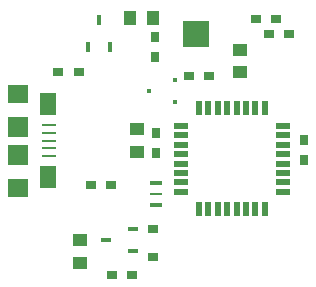
<source format=gtp>
G04 DipTrace 2.4.0.2*
%INTopPaste.gbr*%
%MOIN*%
%ADD31R,0.05X0.022*%
%ADD32R,0.022X0.05*%
%ADD59R,0.0433X0.0079*%
%ADD61R,0.0433X0.0157*%
%ADD63R,0.0315X0.0039*%
%ADD65R,0.0157X0.0118*%
%ADD67R,0.0669X0.0669*%
%ADD69R,0.0669X0.063*%
%ADD71R,0.0551X0.0748*%
%ADD73R,0.0453X0.0079*%
%ADD79R,0.0335X0.0177*%
%ADD81R,0.0177X0.0335*%
%ADD83R,0.0886X0.0886*%
%ADD85R,0.0256X0.0039*%
%ADD87R,0.0039X0.0256*%
%ADD94R,0.0512X0.0433*%
%ADD95R,0.0354X0.0276*%
%ADD97R,0.0433X0.0512*%
%ADD99R,0.0315X0.0354*%
%ADD101R,0.0354X0.0315*%
%FSLAX44Y44*%
G04*
G70*
G90*
G75*
G01*
%LNTopPaste*%
%LPD*%
D94*
X-4990Y-4060D3*
Y-3312D3*
D101*
X-5700Y2290D3*
X-5031D3*
D99*
X-2454Y266D3*
Y-403D3*
X2490Y40D3*
Y-629D3*
D94*
X-3080Y380D3*
Y-368D3*
D97*
X-3300Y4090D3*
X-2552D3*
D99*
X-2490Y2800D3*
Y3469D3*
D101*
X-1341Y2160D3*
X-671D3*
D94*
X350Y3040D3*
Y2292D3*
D95*
X-2560Y-2944D3*
Y-3889D3*
D31*
X-1610Y500D3*
Y185D3*
Y-130D3*
Y-445D3*
Y-760D3*
Y-1075D3*
Y-1390D3*
Y-1705D3*
D32*
X-1022Y-2292D3*
X-707D3*
X-392D3*
X-77D3*
X237D3*
X552D3*
X867D3*
X1182D3*
D31*
X1770Y-1705D3*
Y-1390D3*
Y-1075D3*
Y-760D3*
Y-445D3*
Y-130D3*
Y185D3*
Y500D3*
D32*
X1182Y1088D3*
X867D3*
X552D3*
X237D3*
X-77D3*
X-392D3*
X-707D3*
X-1022D3*
D87*
X-610Y4330D3*
X-807D3*
X-1004D3*
X-1201D3*
X-1397D3*
X-1594D3*
D85*
X-1878Y4047D3*
Y3850D3*
Y3653D3*
Y3456D3*
Y3259D3*
Y3062D3*
D87*
X-1594Y2779D3*
X-1397D3*
X-1201D3*
X-1004D3*
X-807D3*
X-610D3*
D85*
X-327Y3062D3*
Y3259D3*
Y3456D3*
Y3653D3*
Y3850D3*
Y4047D3*
D83*
X-1102Y3555D3*
D81*
X-4720Y3120D3*
X-3972D3*
X-4346Y4026D3*
D79*
X-3220Y-3690D3*
Y-2942D3*
X-4126Y-3316D3*
D101*
X1980Y3570D3*
X1311D3*
X1540Y4070D3*
X871D3*
X-4620Y-1480D3*
X-3951D3*
X-3910Y-4490D3*
X-3241D3*
D73*
X-6010Y510D3*
Y254D3*
Y-2D3*
Y-258D3*
Y-514D3*
D71*
X-6059Y1219D3*
Y-1222D3*
D69*
X-7063Y1573D3*
Y-1577D3*
D67*
Y471D3*
Y-474D3*
D65*
X-1820Y1290D3*
Y2038D3*
X-2686Y1665D3*
D63*
X-4110Y-1030D3*
Y-833D3*
Y-636D3*
Y-439D3*
X-4819D3*
Y-636D3*
Y-833D3*
Y-1030D3*
D61*
X-2460Y-1410D3*
D59*
Y-1784D3*
D61*
Y-2158D3*
M02*

</source>
